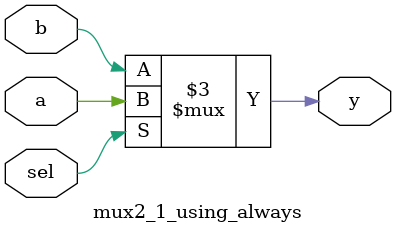
<source format=v>
`timescale 1ns / 1ps


module mux2_1_using_always(
    input a,b,
    input sel,
    output reg y
     );
     always @(*)
        begin
            if(sel)
                y = a;
            else
                y = b;
        end
endmodule

</source>
